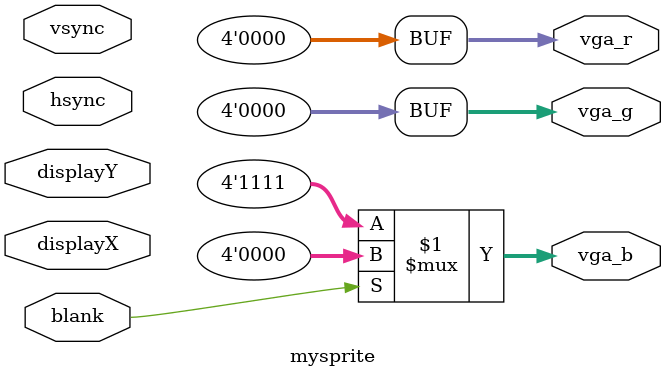
<source format=v>



// Don't instantiate this: instantiate an xvga_delayed_group
module xvga(input vclock,
            output reg [10:0] displayX, // pixel number on current line
            output reg [9:0]  displayY, // line number
            output reg 	      vsync,hsync,blank);

   // horizontal: 1344 pixels total
   // display 1024 pixels per line
   reg 			      hblank,vblank;
   wire 		      hsyncon,hsyncoff,hreset,hblankon;
   assign hblankon = (displayX == 1023);
   assign hsyncon = (displayX == 1047);
   assign hsyncoff = (displayX == 1183);
   assign hreset = (displayX == 1343);

   // vertical: 806 lines total
   // display 768 lines
   wire 		      vsyncon,vsyncoff,vreset,vblankon;
   assign vblankon = hreset & (displayY == 767);
   assign vsyncon = hreset & (displayY == 776);
   assign vsyncoff = hreset & (displayY == 782);
   assign vreset = hreset & (displayY == 805);

   // sync and blanking
   wire 		      next_hblank,next_vblank;
   assign next_hblank = hreset ? 0 : hblankon ? 1 : hblank;
   assign next_vblank = vreset ? 0 : vblankon ? 1 : vblank;
   always @(posedge vclock) begin
      displayX <= hreset ? 0 : displayX + 1;
      hblank <= next_hblank;
      hsync <= hsyncon ? 0 : hsyncoff ? 1 : hsync;  // active low

      displayY <= hreset ? (vreset ? 0 : displayY + 1) : displayY;
      vblank <= next_vblank;
      vsync <= vsyncon ? 0 : vsyncoff ? 1 : vsync;  // active low

      blank <= next_vblank | (next_hblank & ~hreset);
   end
endmodule

module mysprite(input [10:0]displayX, input [9:0]displayY, input vsync, input hsync, input blank,
  output [3:0]vga_r, output [3:0]vga_g, output [3:0] vga_b);

    assign vga_r = 4'b0;
    assign vga_b = blank ? 4'b0 : 4'b1111;
    assign vga_g = 4'b0;
endmodule
    
</source>
